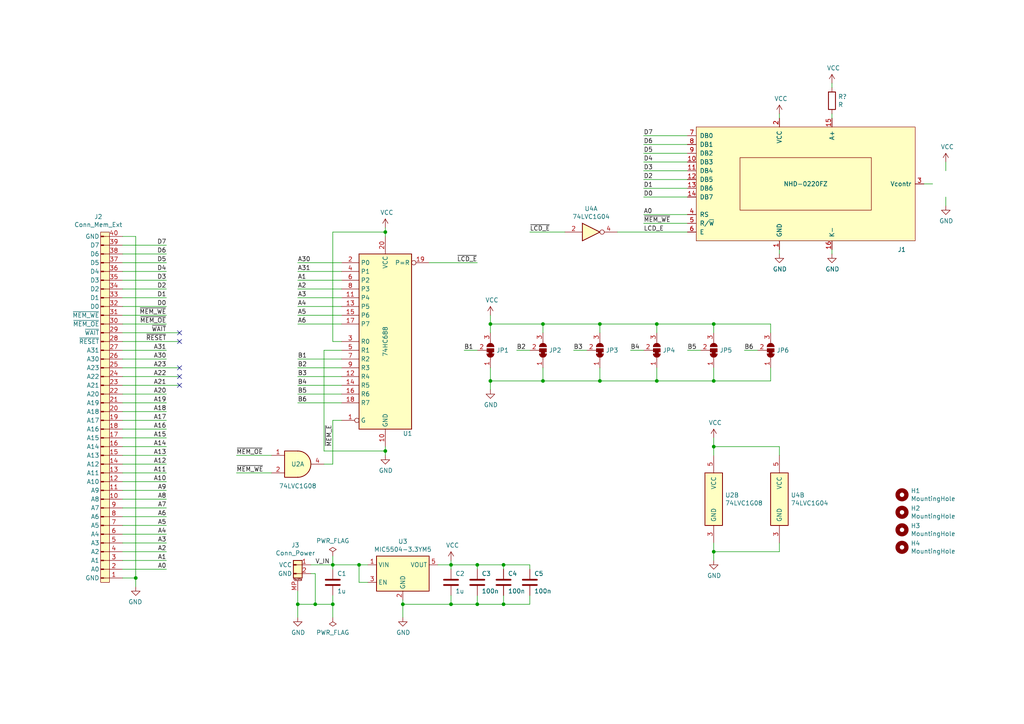
<source format=kicad_sch>
(kicad_sch (version 20211123) (generator eeschema)
  (paper "A4")
  (lib_symbols
    (symbol "74xx:74LS688"
      (property "Reference" "U" (at -7.62 26.67 0))
      (property "Value" "74LS688" (at -7.62 -26.67 0))
      (symbol "74LS688_1_0"
        (pin input inverted (at -12.7 -22.86 0) (length 5.08) (name "G") (number "1"))
        (pin power_in line (at 0 -30.48 90) (length 5.08) (name "GND") (number "10"))
        (pin input line (at -12.7 12.7 0) (length 5.08) (name "P4") (number "11"))
        (pin input line (at -12.7 -10.16 0) (length 5.08) (name "R4") (number "12"))
        (pin input line (at -12.7 10.16 0) (length 5.08) (name "P5") (number "13"))
        (pin input line (at -12.7 -12.7 0) (length 5.08) (name "R5") (number "14"))
        (pin input line (at -12.7 7.62 0) (length 5.08) (name "P6") (number "15"))
        (pin input line (at -12.7 -15.24 0) (length 5.08) (name "R6") (number "16"))
        (pin input line (at -12.7 5.08 0) (length 5.08) (name "P7") (number "17"))
        (pin input line (at -12.7 -17.78 0) (length 5.08) (name "R7") (number "18"))
        (pin output inverted (at 12.7 22.86 180) (length 5.08) (name "P=R") (number "19"))
        (pin input line (at -12.7 22.86 0) (length 5.08) (name "P0") (number "2"))
        (pin power_in line (at 0 30.48 270) (length 5.08) (name "VCC") (number "20"))
        (pin input line (at -12.7 0 0) (length 5.08) (name "R0") (number "3"))
        (pin input line (at -12.7 20.32 0) (length 5.08) (name "P1") (number "4"))
        (pin input line (at -12.7 -2.54 0) (length 5.08) (name "R1") (number "5"))
        (pin input line (at -12.7 17.78 0) (length 5.08) (name "P2") (number "6"))
        (pin input line (at -12.7 -5.08 0) (length 5.08) (name "R2") (number "7"))
        (pin input line (at -12.7 15.24 0) (length 5.08) (name "P3") (number "8"))
        (pin input line (at -12.7 -7.62 0) (length 5.08) (name "R3") (number "9"))
      )
      (symbol "74LS688_1_1"
        (rectangle (start -7.62 25.4) (end 7.62 -25.4) (stroke (width 0.254)) (fill (type background)))
      )
    )
    (symbol "Device:C" (pin_numbers hide) (pin_names (offset 0.254))
      (property "Reference" "C" (at 0.635 2.54 0))
      (property "Value" "C" (at 0.635 -2.54 0))
      (symbol "C_0_1"
        (polyline (pts (xy -2.032 -0.762) (xy 2.032 -0.762)) (stroke (width 0.508)))
        (polyline (pts (xy -2.032 0.762) (xy 2.032 0.762)) (stroke (width 0.508)))
      )
      (symbol "C_1_1"
        (pin passive line (at 0 3.81 270) (length 2.794) (name "~") (number "1"))
        (pin passive line (at 0 -3.81 90) (length 2.794) (name "~") (number "2"))
      )
    )
    (symbol "Device:R" (pin_numbers hide) (pin_names (offset 0))
      (property "Reference" "R" (at 2.032 0 90))
      (property "Value" "R" (at 0 0 90))
      (symbol "R_0_1"
        (rectangle (start -1.016 -2.54) (end 1.016 2.54) (stroke (width 0.254)))
      )
      (symbol "R_1_1"
        (pin passive line (at 0 3.81 270) (length 1.27) (name "~") (number "1"))
        (pin passive line (at 0 -3.81 90) (length 1.27) (name "~") (number "2"))
      )
    )
    (symbol "Mechanical:MountingHole" (pin_names (offset 1.016))
      (property "Reference" "H" (at 0 5.08 0))
      (property "Value" "MountingHole" (at 0 3.175 0))
      (symbol "MountingHole_0_1"
        (circle (center 0 0) (radius 1.27) (stroke (width 1.27)))
      )
    )
    (symbol "Regulator_Linear:MIC5504-3.3YM5"
      (property "Reference" "U" (at -7.62 8.89 0))
      (property "Value" "MIC5504-3.3YM5" (at -7.62 6.35 0))
      (symbol "MIC5504-3.3YM5_0_1"
        (rectangle (start -7.62 -5.08) (end 7.62 5.08) (stroke (width 0.254)) (fill (type background)))
      )
      (symbol "MIC5504-3.3YM5_1_1"
        (pin power_in line (at -10.16 2.54 0) (length 2.54) (name "VIN") (number "1"))
        (pin power_in line (at 0 -7.62 90) (length 2.54) (name "GND") (number "2"))
        (pin input line (at -10.16 -2.54 0) (length 2.54) (name "EN") (number "3"))
        (pin no_connect line (at 7.62 -2.54 180) (length 2.54) hide (name "NC") (number "4"))
        (pin power_out line (at 10.16 2.54 180) (length 2.54) (name "VOUT") (number "5"))
      )
    )
    (symbol "power:GND" (power) (pin_names (offset 0))
      (property "Value" "GND" (at 0 -3.81 0))
      (symbol "GND_0_1"
        (polyline (pts (xy 0 0) (xy 0 -1.27) (xy 1.27 -1.27) (xy 0 -2.54) (xy -1.27 -1.27) (xy 0 -1.27)))
      )
      (symbol "GND_1_1"
        (pin power_in line (at 0 0 270) (length 0) hide (name "GND") (number "1"))
      )
    )
    (symbol "power:PWR_FLAG" (power) (pin_numbers hide) (pin_names (offset 0) hide)
      (property "Value" "PWR_FLAG" (at 0 3.81 0))
      (symbol "PWR_FLAG_0_0"
        (pin power_out line (at 0 0 90) (length 0) (name "pwr") (number "1"))
      )
      (symbol "PWR_FLAG_0_1"
        (polyline (pts (xy 0 0) (xy 0 1.27) (xy -1.016 1.905) (xy 0 2.54) (xy 1.016 1.905) (xy 0 1.27)))
      )
    )
    (symbol "power:VCC" (power) (pin_names (offset 0))
      (property "Value" "VCC" (at 0 3.81 0))
      (symbol "VCC_0_1"
        (polyline (pts (xy -0.762 1.27) (xy 0 2.54)))
        (polyline (pts (xy 0 0) (xy 0 2.54)))
        (polyline (pts (xy 0 2.54) (xy 0.762 1.27)))
      )
      (symbol "VCC_1_1"
        (pin power_in line (at 0 0 90) (length 0) hide (name "VCC") (number "1"))
      )
    )
    (symbol "riscv-serial:74LVC1G04" (pin_names (offset 1.016))
      (property "Reference" "U" (at 0 -5.08 0))
      (property "Value" "74LVC1G04" (at -6.35 0 90))
      (symbol "74LVC1G04_1_0"
        (polyline (pts (xy -2.54 2.54) (xy -2.54 -2.54) (xy 2.54 0) (xy -2.54 2.54)) (stroke (width 0.254)) (fill (type background)))
        (pin input line (at -7.62 0 0) (length 5.08) (name "~") (number "2"))
        (pin output inverted (at 7.62 0 180) (length 5.08) (name "~") (number "4"))
      )
      (symbol "74LVC1G04_2_0"
        (pin no_connect line (at 1.27 -12.7 90) (length 5.08) hide (name "~") (number "1"))
        (pin power_in line (at 0 -12.7 90) (length 5.08) (name "GND") (number "3"))
        (pin power_in line (at 0 12.7 270) (length 5.08) (name "VCC") (number "5"))
      )
      (symbol "74LVC1G04_2_1"
        (rectangle (start -2.54 7.62) (end 2.54 -7.62) (stroke (width 0.254)) (fill (type background)))
      )
    )
    (symbol "riscv-serial:74LVC1G08" (pin_names (offset 1.016))
      (property "Reference" "U" (at 0 1.27 0))
      (property "Value" "74LVC1G08" (at 0 1.27 0))
      (symbol "74LVC1G08_1_1"
        (arc (start 0 -3.81) (mid 3.81 0) (end 0 3.81) (stroke (width 0.254)) (fill (type background)))
        (polyline (pts (xy 0 3.81) (xy -3.81 3.81) (xy -3.81 -3.81) (xy 0 -3.81)) (stroke (width 0.254)) (fill (type background)))
        (pin input line (at -7.62 2.54 0) (length 3.81) (name "~") (number "1"))
        (pin input line (at -7.62 -2.54 0) (length 3.81) (name "~") (number "2"))
        (pin output line (at 7.62 0 180) (length 3.81) (name "~") (number "4"))
      )
      (symbol "74LVC1G08_2_0"
        (rectangle (start -2.54 7.62) (end 2.54 -7.62) (stroke (width 0.254)) (fill (type background)))
        (pin power_in line (at 0 -12.7 90) (length 5.08) (name "GND") (number "3"))
        (pin power_in line (at 0 12.7 270) (length 5.08) (name "VCC") (number "5"))
      )
    )
    (symbol "riscv-serial:Conn_Mem_Ext" (pin_names (offset 1.651))
      (property "Reference" "J" (at 0 -53.34 0))
      (property "Value" "Conn_Mem_Ext" (at 0 50.8 0))
      (symbol "Conn_Mem_Ext_0_1"
        (rectangle (start 0 -52.07) (end 2.54 49.53) (fill (type background)))
      )
      (symbol "Conn_Mem_Ext_1_1"
        (polyline (pts (xy 1.27 -50.8) (xy 0.8636 -50.8)) (stroke (width 0.1524)))
        (polyline (pts (xy 1.27 -48.26) (xy 0.8636 -48.26)) (stroke (width 0.1524)))
        (polyline (pts (xy 1.27 -45.72) (xy 0.8636 -45.72)) (stroke (width 0.1524)))
        (polyline (pts (xy 1.27 -43.18) (xy 0.8636 -43.18)) (stroke (width 0.1524)))
        (polyline (pts (xy 1.27 -40.64) (xy 0.8636 -40.64)) (stroke (width 0.1524)))
        (polyline (pts (xy 1.27 -38.1) (xy 0.8636 -38.1)) (stroke (width 0.1524)))
        (polyline (pts (xy 1.27 -35.56) (xy 0.8636 -35.56)) (stroke (width 0.1524)))
        (polyline (pts (xy 1.27 -33.02) (xy 0.8636 -33.02)) (stroke (width 0.1524)))
        (polyline (pts (xy 1.27 -30.48) (xy 0.8636 -30.48)) (stroke (width 0.1524)))
        (polyline (pts (xy 1.27 -27.94) (xy 0.8636 -27.94)) (stroke (width 0.1524)))
        (polyline (pts (xy 1.27 -25.4) (xy 0.8636 -25.4)) (stroke (width 0.1524)))
        (polyline (pts (xy 1.27 -22.86) (xy 0.8636 -22.86)) (stroke (width 0.1524)))
        (polyline (pts (xy 1.27 -20.32) (xy 0.8636 -20.32)) (stroke (width 0.1524)))
        (polyline (pts (xy 1.27 -17.78) (xy 0.8636 -17.78)) (stroke (width 0.1524)))
        (polyline (pts (xy 1.27 -15.24) (xy 0.8636 -15.24)) (stroke (width 0.1524)))
        (polyline (pts (xy 1.27 -12.7) (xy 0.8636 -12.7)) (stroke (width 0.1524)))
        (polyline (pts (xy 1.27 -10.16) (xy 0.8636 -10.16)) (stroke (width 0.1524)))
        (polyline (pts (xy 1.27 -7.62) (xy 0.8636 -7.62)) (stroke (width 0.1524)))
        (polyline (pts (xy 1.27 -5.08) (xy 0.8636 -5.08)) (stroke (width 0.1524)))
        (polyline (pts (xy 1.27 -2.54) (xy 0.8636 -2.54)) (stroke (width 0.1524)))
        (polyline (pts (xy 1.27 0) (xy 0.8636 0)) (stroke (width 0.1524)))
        (polyline (pts (xy 1.27 2.54) (xy 0.8636 2.54)) (stroke (width 0.1524)))
        (polyline (pts (xy 1.27 5.08) (xy 0.8636 5.08)) (stroke (width 0.1524)))
        (polyline (pts (xy 1.27 7.62) (xy 0.8636 7.62)) (stroke (width 0.1524)))
        (polyline (pts (xy 1.27 10.16) (xy 0.8636 10.16)) (stroke (width 0.1524)))
        (polyline (pts (xy 1.27 12.7) (xy 0.8636 12.7)) (stroke (width 0.1524)))
        (polyline (pts (xy 1.27 15.24) (xy 0.8636 15.24)) (stroke (width 0.1524)))
        (polyline (pts (xy 1.27 17.78) (xy 0.8636 17.78)) (stroke (width 0.1524)))
        (polyline (pts (xy 1.27 20.32) (xy 0.8636 20.32)) (stroke (width 0.1524)))
        (polyline (pts (xy 1.27 22.86) (xy 0.8636 22.86)) (stroke (width 0.1524)))
        (polyline (pts (xy 1.27 25.4) (xy 0.8636 25.4)) (stroke (width 0.1524)))
        (polyline (pts (xy 1.27 27.94) (xy 0.8636 27.94)) (stroke (width 0.1524)))
        (polyline (pts (xy 1.27 30.48) (xy 0.8636 30.48)) (stroke (width 0.1524)))
        (polyline (pts (xy 1.27 33.02) (xy 0.8636 33.02)) (stroke (width 0.1524)))
        (polyline (pts (xy 1.27 35.56) (xy 0.8636 35.56)) (stroke (width 0.1524)))
        (polyline (pts (xy 1.27 38.1) (xy 0.8636 38.1)) (stroke (width 0.1524)))
        (polyline (pts (xy 1.27 40.64) (xy 0.8636 40.64)) (stroke (width 0.1524)))
        (polyline (pts (xy 1.27 43.18) (xy 0.8636 43.18)) (stroke (width 0.1524)))
        (polyline (pts (xy 1.27 45.72) (xy 0.8636 45.72)) (stroke (width 0.1524)))
        (polyline (pts (xy 1.27 48.26) (xy 0.8636 48.26)) (stroke (width 0.1524)))
        (rectangle (start 0.8636 -50.927) (end 0 -50.673) (stroke (width 0.1524)) (fill (type outline)))
        (rectangle (start 0.8636 -48.387) (end 0 -48.133) (stroke (width 0.1524)) (fill (type outline)))
        (rectangle (start 0.8636 -45.847) (end 0 -45.593) (stroke (width 0.1524)) (fill (type outline)))
        (rectangle (start 0.8636 -43.307) (end 0 -43.053) (stroke (width 0.1524)) (fill (type outline)))
        (rectangle (start 0.8636 -40.767) (end 0 -40.513) (stroke (width 0.1524)) (fill (type outline)))
        (rectangle (start 0.8636 -38.227) (end 0 -37.973) (stroke (width 0.1524)) (fill (type outline)))
        (rectangle (start 0.8636 -35.687) (end 0 -35.433) (stroke (width 0.1524)) (fill (type outline)))
        (rectangle (start 0.8636 -33.147) (end 0 -32.893) (stroke (width 0.1524)) (fill (type outline)))
        (rectangle (start 0.8636 -30.607) (end 0 -30.353) (stroke (width 0.1524)) (fill (type outline)))
        (rectangle (start 0.8636 -28.067) (end 0 -27.813) (stroke (width 0.1524)) (fill (type outline)))
        (rectangle (start 0.8636 -25.527) (end 0 -25.273) (stroke (width 0.1524)) (fill (type outline)))
        (rectangle (start 0.8636 -22.987) (end 0 -22.733) (stroke (width 0.1524)) (fill (type outline)))
        (rectangle (start 0.8636 -20.447) (end 0 -20.193) (stroke (width 0.1524)) (fill (type outline)))
        (rectangle (start 0.8636 -17.907) (end 0 -17.653) (stroke (width 0.1524)) (fill (type outline)))
        (rectangle (start 0.8636 -15.367) (end 0 -15.113) (stroke (width 0.1524)) (fill (type outline)))
        (rectangle (start 0.8636 -12.827) (end 0 -12.573) (stroke (width 0.1524)) (fill (type outline)))
        (rectangle (start 0.8636 -10.287) (end 0 -10.033) (stroke (width 0.1524)) (fill (type outline)))
        (rectangle (start 0.8636 -7.747) (end 0 -7.493) (stroke (width 0.1524)) (fill (type outline)))
        (rectangle (start 0.8636 -5.207) (end 0 -4.953) (stroke (width 0.1524)) (fill (type outline)))
        (rectangle (start 0.8636 -2.667) (end 0 -2.413) (stroke (width 0.1524)) (fill (type outline)))
        (rectangle (start 0.8636 -0.127) (end 0 0.127) (stroke (width 0.1524)) (fill (type outline)))
        (rectangle (start 0.8636 2.413) (end 0 2.667) (stroke (width 0.1524)) (fill (type outline)))
        (rectangle (start 0.8636 4.953) (end 0 5.207) (stroke (width 0.1524)) (fill (type outline)))
        (rectangle (start 0.8636 7.493) (end 0 7.747) (stroke (width 0.1524)) (fill (type outline)))
        (rectangle (start 0.8636 10.033) (end 0 10.287) (stroke (width 0.1524)) (fill (type outline)))
        (rectangle (start 0.8636 12.573) (end 0 12.827) (stroke (width 0.1524)) (fill (type outline)))
        (rectangle (start 0.8636 15.113) (end 0 15.367) (stroke (width 0.1524)) (fill (type outline)))
        (rectangle (start 0.8636 17.653) (end 0 17.907) (stroke (width 0.1524)) (fill (type outline)))
        (rectangle (start 0.8636 20.193) (end 0 20.447) (stroke (width 0.1524)) (fill (type outline)))
        (rectangle (start 0.8636 22.733) (end 0 22.987) (stroke (width 0.1524)) (fill (type outline)))
        (rectangle (start 0.8636 25.273) (end 0 25.527) (stroke (width 0.1524)) (fill (type outline)))
        (rectangle (start 0.8636 27.813) (end 0 28.067) (stroke (width 0.1524)) (fill (type outline)))
        (rectangle (start 0.8636 30.353) (end 0 30.607) (stroke (width 0.1524)) (fill (type outline)))
        (rectangle (start 0.8636 32.893) (end 0 33.147) (stroke (width 0.1524)) (fill (type outline)))
        (rectangle (start 0.8636 35.433) (end 0 35.687) (stroke (width 0.1524)) (fill (type outline)))
        (rectangle (start 0.8636 37.973) (end 0 38.227) (stroke (width 0.1524)) (fill (type outline)))
        (rectangle (start 0.8636 40.513) (end 0 40.767) (stroke (width 0.1524)) (fill (type outline)))
        (rectangle (start 0.8636 43.053) (end 0 43.307) (stroke (width 0.1524)) (fill (type outline)))
        (rectangle (start 0.8636 45.593) (end 0 45.847) (stroke (width 0.1524)) (fill (type outline)))
        (rectangle (start 0.8636 48.133) (end 0 48.387) (stroke (width 0.1524)) (fill (type outline)))
        (pin passive line (at 6.35 -50.8 180) (length 5.08) (name "GND") (number "1"))
        (pin passive line (at 6.35 -27.94 180) (length 5.08) (name "A8") (number "10"))
        (pin passive line (at 6.35 -25.4 180) (length 5.08) (name "A9") (number "11"))
        (pin passive line (at 6.35 -22.86 180) (length 5.08) (name "A10") (number "12"))
        (pin passive line (at 6.35 -20.32 180) (length 5.08) (name "A11") (number "13"))
        (pin passive line (at 6.35 -17.78 180) (length 5.08) (name "A12") (number "14"))
        (pin passive line (at 6.35 -15.24 180) (length 5.08) (name "A13") (number "15"))
        (pin passive line (at 6.35 -12.7 180) (length 5.08) (name "A14") (number "16"))
        (pin passive line (at 6.35 -10.16 180) (length 5.08) (name "A15") (number "17"))
        (pin passive line (at 6.35 -7.62 180) (length 5.08) (name "A16") (number "18"))
        (pin passive line (at 6.35 -5.08 180) (length 5.08) (name "A17") (number "19"))
        (pin passive line (at 6.35 -48.26 180) (length 5.08) (name "A0") (number "2"))
        (pin passive line (at 6.35 -2.54 180) (length 5.08) (name "A18") (number "20"))
        (pin passive line (at 6.35 0 180) (length 5.08) (name "A19") (number "21"))
        (pin passive line (at 6.35 2.54 180) (length 5.08) (name "A20") (number "22"))
        (pin passive line (at 6.35 5.08 180) (length 5.08) (name "A21") (number "23"))
        (pin passive line (at 6.35 7.62 180) (length 5.08) (name "A22") (number "24"))
        (pin passive line (at 6.35 10.16 180) (length 5.08) (name "A23") (number "25"))
        (pin passive line (at 6.35 12.7 180) (length 5.08) (name "A30") (number "26"))
        (pin passive line (at 6.35 15.24 180) (length 5.08) (name "A31") (number "27"))
        (pin passive line (at 6.35 17.78 180) (length 5.08) (name "~{RESET}") (number "28"))
        (pin passive line (at 6.35 20.32 180) (length 5.08) (name "~{WAIT}") (number "29"))
        (pin passive line (at 6.35 -45.72 180) (length 5.08) (name "A1") (number "3"))
        (pin passive line (at 6.35 22.86 180) (length 5.08) (name "~{MEM_OE}") (number "30"))
        (pin passive line (at 6.35 25.4 180) (length 5.08) (name "~{MEM_WE}") (number "31"))
        (pin passive line (at 6.35 27.94 180) (length 5.08) (name "D0") (number "32"))
        (pin passive line (at 6.35 30.48 180) (length 5.08) (name "D1") (number "33"))
        (pin passive line (at 6.35 33.02 180) (length 5.08) (name "D2") (number "34"))
        (pin passive line (at 6.35 35.56 180) (length 5.08) (name "D3") (number "35"))
        (pin passive line (at 6.35 38.1 180) (length 5.08) (name "D4") (number "36"))
        (pin passive line (at 6.35 40.64 180) (length 5.08) (name "D5") (number "37"))
        (pin passive line (at 6.35 43.18 180) (length 5.08) (name "D6") (number "38"))
        (pin passive line (at 6.35 45.72 180) (length 5.08) (name "D7") (number "39"))
        (pin passive line (at 6.35 -43.18 180) (length 5.08) (name "A2") (number "4"))
        (pin passive line (at 6.35 48.26 180) (length 5.08) (name "GND") (number "40"))
        (pin passive line (at 6.35 -40.64 180) (length 5.08) (name "A3") (number "5"))
        (pin passive line (at 6.35 -38.1 180) (length 5.08) (name "A4") (number "6"))
        (pin passive line (at 6.35 -35.56 180) (length 5.08) (name "A5") (number "7"))
        (pin passive line (at 6.35 -33.02 180) (length 5.08) (name "A6") (number "8"))
        (pin passive line (at 6.35 -30.48 180) (length 5.08) (name "A7") (number "9"))
      )
    )
    (symbol "riscv-serial:Conn_Power" (pin_names (offset 1.651))
      (property "Reference" "J" (at -5.08 -5.08 0))
      (property "Value" "Conn_Power" (at -7.62 0 90))
      (symbol "Conn_Power_1_1"
        (rectangle (start -1.27 2.54) (end 1.27 -2.54) (stroke (width 0.254)) (fill (type background)))
        (rectangle (start -0.4064 -1.143) (end -1.27 -1.397) (stroke (width 0.1524)) (fill (type outline)))
        (rectangle (start -0.4064 1.397) (end -1.27 1.143) (stroke (width 0.1524)) (fill (type outline)))
        (polyline (pts (xy -1.016 -3.302) (xy 1.016 -3.302)) (stroke (width 0.1524)))
        (polyline (pts (xy 0 -1.27) (xy -0.4064 -1.27)) (stroke (width 0.1524)))
        (polyline (pts (xy 0 1.27) (xy -0.4064 1.27)) (stroke (width 0.1524)))
        (text "Mounting" (at 0 -2.921 0) (effects (font (size 0.381 0.381))))
        (pin passive line (at 3.81 1.27 180) (length 3.81) (name "VCC") (number "1"))
        (pin passive line (at 3.81 -1.27 180) (length 3.81) (name "GND") (number "2"))
        (pin passive line (at 0 -6.35 90) (length 3.048) (name "~") (number "MP"))
      )
    )
    (symbol "riscv-serial:NHD-0220FZ" (pin_names (offset 1.016))
      (property "Reference" "J" (at 29.21 -19.05 0))
      (property "Value" "NHD-0220FZ" (at 0 0 0))
      (symbol "NHD-0220FZ_0_1"
        (rectangle (start -31.75 16.51) (end 31.75 -16.51) (fill (type background)))
        (rectangle (start -19.05 7.62) (end 19.05 -7.62) (fill (type background)))
      )
      (symbol "NHD-0220FZ_1_1"
        (pin power_in line (at -7.62 -19.05 90) (length 2.54) (name "GND") (number "1"))
        (pin passive line (at -34.29 6.35 0) (length 2.54) (name "DB3") (number "10"))
        (pin passive line (at -34.29 3.81 0) (length 2.54) (name "DB4") (number "11"))
        (pin passive line (at -34.29 1.27 0) (length 2.54) (name "DB5") (number "12"))
        (pin passive line (at -34.29 -1.27 0) (length 2.54) (name "DB6") (number "13"))
        (pin passive line (at -34.29 -3.81 0) (length 2.54) (name "DB7") (number "14"))
        (pin passive line (at 7.62 19.05 270) (length 2.54) (name "A+") (number "15"))
        (pin passive line (at 7.62 -19.05 90) (length 2.54) (name "K-") (number "16"))
        (pin power_in line (at -7.62 19.05 270) (length 2.54) (name "VCC") (number "2"))
        (pin passive line (at 34.29 0 180) (length 2.54) (name "Vcontr") (number "3"))
        (pin passive line (at -34.29 -8.89 0) (length 2.54) (name "RS") (number "4"))
        (pin passive line (at -34.29 -11.43 0) (length 2.54) (name "R/~{W}") (number "5"))
        (pin passive line (at -34.29 -13.97 0) (length 2.54) (name "E") (number "6"))
        (pin passive line (at -34.29 13.97 0) (length 2.54) (name "DB0") (number "7"))
        (pin passive line (at -34.29 11.43 0) (length 2.54) (name "DB1") (number "8"))
        (pin passive line (at -34.29 8.89 0) (length 2.54) (name "DB2") (number "9"))
      )
    )
    (symbol "riscv-serial:SolderJumper_3_Bridged12" (pin_names (offset 0) hide)
      (property "Reference" "JP" (at -2.54 -2.54 0))
      (property "Value" "SolderJumper_3_Bridged12" (at 0 2.794 0))
      (symbol "SolderJumper_3_Bridged12_0_1"
        (rectangle (start -1.016 0.508) (end -0.508 -0.508) (fill (type outline)))
        (arc (start -1.016 1.016) (mid -2.032 0) (end -1.016 -1.016))
        (arc (start -1.016 1.016) (mid -2.032 0) (end -1.016 -1.016) (fill (type outline)))
        (rectangle (start -0.508 1.016) (end 0.508 -1.016) (fill (type outline)))
        (polyline (pts (xy -2.54 0) (xy -2.032 0)))
        (polyline (pts (xy -1.016 1.016) (xy -1.016 -1.016)))
        (polyline (pts (xy 0 -1.27) (xy 0 -1.016)))
        (polyline (pts (xy 1.016 1.016) (xy 1.016 -1.016)))
        (polyline (pts (xy 2.54 0) (xy 2.032 0)))
        (arc (start 1.016 -1.016) (mid 2.032 0) (end 1.016 1.016))
        (arc (start 1.016 -1.016) (mid 2.032 0) (end 1.016 1.016) (fill (type outline)))
      )
      (symbol "SolderJumper_3_Bridged12_1_1"
        (pin passive line (at -5.08 0 0) (length 2.54) (name "A") (number "1"))
        (pin passive line (at 0 -3.81 90) (length 2.54) (name "C") (number "2"))
        (pin passive line (at 5.08 0 180) (length 2.54) (name "B") (number "3"))
      )
    )
  )
  (junction (at 207.01 160.02))
  (junction (at 104.14 163.83))
  (junction (at 146.05 175.26))
  (junction (at 39.37 167.64))
  (junction (at 190.5 93.98))
  (junction (at 116.84 175.26))
  (junction (at 130.81 175.26))
  (junction (at 157.48 110.49))
  (junction (at 91.44 175.26))
  (junction (at 173.99 93.98))
  (junction (at 142.24 93.98))
  (junction (at 207.01 129.54))
  (junction (at 138.43 163.83))
  (junction (at 111.76 67.31))
  (junction (at 138.43 175.26))
  (junction (at 86.36 175.26))
  (junction (at 190.5 110.49))
  (junction (at 142.24 110.49))
  (junction (at 130.81 163.83))
  (junction (at 146.05 163.83))
  (junction (at 207.01 110.49))
  (junction (at 96.52 163.83))
  (junction (at 111.76 130.81))
  (junction (at 173.99 110.49))
  (junction (at 207.01 93.98))
  (junction (at 157.48 93.98))
  (junction (at 96.52 175.26))
  (no_connect (at 52.07 106.68))
  (no_connect (at 52.07 109.22))
  (no_connect (at 52.07 99.06))
  (no_connect (at 52.07 96.52))
  (no_connect (at 52.07 111.76))
  (wire (pts (xy 199.39 46.99) (xy 186.69 46.99)))
  (wire (pts (xy 48.26 144.78) (xy 35.56 144.78)))
  (wire (pts (xy 207.01 160.02) (xy 226.06 160.02)))
  (wire (pts (xy 35.56 106.68) (xy 52.07 106.68)))
  (wire (pts (xy 157.48 93.98) (xy 173.99 93.98)))
  (wire (pts (xy 186.69 49.53) (xy 199.39 49.53)))
  (wire (pts (xy 96.52 175.26) (xy 96.52 179.07)))
  (wire (pts (xy 207.01 132.08) (xy 207.01 129.54)))
  (wire (pts (xy 39.37 167.64) (xy 39.37 68.58)))
  (wire (pts (xy 199.39 57.15) (xy 186.69 57.15)))
  (wire (pts (xy 111.76 129.54) (xy 111.76 130.81)))
  (wire (pts (xy 96.52 121.92) (xy 96.52 134.62)))
  (wire (pts (xy 86.36 76.2) (xy 99.06 76.2)))
  (wire (pts (xy 130.81 163.83) (xy 127 163.83)))
  (wire (pts (xy 48.26 124.46) (xy 35.56 124.46)))
  (wire (pts (xy 138.43 175.26) (xy 146.05 175.26)))
  (wire (pts (xy 48.26 116.84) (xy 35.56 116.84)))
  (wire (pts (xy 48.26 121.92) (xy 35.56 121.92)))
  (wire (pts (xy 207.01 93.98) (xy 223.52 93.98)))
  (wire (pts (xy 35.56 167.64) (xy 39.37 167.64)))
  (wire (pts (xy 48.26 81.28) (xy 35.56 81.28)))
  (wire (pts (xy 35.56 88.9) (xy 48.26 88.9)))
  (wire (pts (xy 96.52 161.29) (xy 96.52 163.83)))
  (wire (pts (xy 207.01 96.52) (xy 207.01 93.98)))
  (wire (pts (xy 207.01 106.68) (xy 207.01 110.49)))
  (wire (pts (xy 207.01 160.02) (xy 207.01 162.56)))
  (wire (pts (xy 91.44 166.37) (xy 91.44 175.26)))
  (wire (pts (xy 179.07 67.31) (xy 199.39 67.31)))
  (wire (pts (xy 149.86 101.6) (xy 153.67 101.6)))
  (wire (pts (xy 186.69 64.77) (xy 199.39 64.77)))
  (wire (pts (xy 146.05 163.83) (xy 146.05 165.1)))
  (wire (pts (xy 48.26 157.48) (xy 35.56 157.48)))
  (wire (pts (xy 96.52 163.83) (xy 90.17 163.83)))
  (wire (pts (xy 142.24 110.49) (xy 157.48 110.49)))
  (wire (pts (xy 186.69 39.37) (xy 199.39 39.37)))
  (wire (pts (xy 35.56 109.22) (xy 52.07 109.22)))
  (wire (pts (xy 215.9 101.6) (xy 219.71 101.6)))
  (wire (pts (xy 106.68 163.83) (xy 104.14 163.83)))
  (wire (pts (xy 48.26 162.56) (xy 35.56 162.56)))
  (wire (pts (xy 48.26 93.98) (xy 35.56 93.98)))
  (wire (pts (xy 157.48 96.52) (xy 157.48 93.98)))
  (wire (pts (xy 96.52 99.06) (xy 96.52 67.31)))
  (wire (pts (xy 186.69 62.23) (xy 199.39 62.23)))
  (wire (pts (xy 173.99 110.49) (xy 190.5 110.49)))
  (wire (pts (xy 153.67 67.31) (xy 163.83 67.31)))
  (wire (pts (xy 35.56 96.52) (xy 52.07 96.52)))
  (wire (pts (xy 226.06 129.54) (xy 226.06 132.08)))
  (wire (pts (xy 138.43 172.72) (xy 138.43 175.26)))
  (wire (pts (xy 207.01 127) (xy 207.01 129.54)))
  (wire (pts (xy 157.48 106.68) (xy 157.48 110.49)))
  (wire (pts (xy 226.06 160.02) (xy 226.06 157.48)))
  (wire (pts (xy 130.81 175.26) (xy 138.43 175.26)))
  (wire (pts (xy 138.43 76.2) (xy 124.46 76.2)))
  (wire (pts (xy 153.67 163.83) (xy 153.67 165.1)))
  (wire (pts (xy 48.26 134.62) (xy 35.56 134.62)))
  (wire (pts (xy 99.06 111.76) (xy 86.36 111.76)))
  (wire (pts (xy 223.52 110.49) (xy 223.52 106.68)))
  (wire (pts (xy 270.51 53.34) (xy 267.97 53.34)))
  (wire (pts (xy 48.26 142.24) (xy 35.56 142.24)))
  (wire (pts (xy 274.32 46.99) (xy 274.32 49.53)))
  (wire (pts (xy 93.98 130.81) (xy 93.98 101.6)))
  (wire (pts (xy 99.06 121.92) (xy 96.52 121.92)))
  (wire (pts (xy 35.56 78.74) (xy 48.26 78.74)))
  (wire (pts (xy 48.26 139.7) (xy 35.56 139.7)))
  (wire (pts (xy 207.01 129.54) (xy 226.06 129.54)))
  (wire (pts (xy 138.43 163.83) (xy 146.05 163.83)))
  (wire (pts (xy 104.14 168.91) (xy 104.14 163.83)))
  (wire (pts (xy 48.26 91.44) (xy 35.56 91.44)))
  (wire (pts (xy 146.05 163.83) (xy 153.67 163.83)))
  (wire (pts (xy 241.3 72.39) (xy 241.3 73.66)))
  (wire (pts (xy 86.36 109.22) (xy 99.06 109.22)))
  (wire (pts (xy 86.36 91.44) (xy 99.06 91.44)))
  (wire (pts (xy 142.24 96.52) (xy 142.24 93.98)))
  (wire (pts (xy 48.26 129.54) (xy 35.56 129.54)))
  (wire (pts (xy 35.56 73.66) (xy 48.26 73.66)))
  (wire (pts (xy 111.76 66.04) (xy 111.76 67.31)))
  (wire (pts (xy 111.76 67.31) (xy 111.76 68.58)))
  (wire (pts (xy 199.39 101.6) (xy 203.2 101.6)))
  (wire (pts (xy 86.36 88.9) (xy 99.06 88.9)))
  (wire (pts (xy 86.36 175.26) (xy 91.44 175.26)))
  (wire (pts (xy 173.99 106.68) (xy 173.99 110.49)))
  (wire (pts (xy 39.37 167.64) (xy 39.37 170.18)))
  (wire (pts (xy 111.76 130.81) (xy 111.76 132.08)))
  (wire (pts (xy 48.26 71.12) (xy 35.56 71.12)))
  (wire (pts (xy 48.26 152.4) (xy 35.56 152.4)))
  (wire (pts (xy 99.06 116.84) (xy 86.36 116.84)))
  (wire (pts (xy 104.14 163.83) (xy 96.52 163.83)))
  (wire (pts (xy 138.43 163.83) (xy 138.43 165.1)))
  (wire (pts (xy 241.3 33.02) (xy 241.3 34.29)))
  (wire (pts (xy 226.06 33.02) (xy 226.06 34.29)))
  (wire (pts (xy 48.26 101.6) (xy 35.56 101.6)))
  (wire (pts (xy 93.98 101.6) (xy 99.06 101.6)))
  (wire (pts (xy 142.24 110.49) (xy 142.24 113.03)))
  (wire (pts (xy 86.36 81.28) (xy 99.06 81.28)))
  (wire (pts (xy 35.56 104.14) (xy 48.26 104.14)))
  (wire (pts (xy 116.84 175.26) (xy 116.84 179.07)))
  (wire (pts (xy 190.5 110.49) (xy 207.01 110.49)))
  (wire (pts (xy 190.5 93.98) (xy 207.01 93.98)))
  (wire (pts (xy 130.81 172.72) (xy 130.81 175.26)))
  (wire (pts (xy 99.06 106.68) (xy 86.36 106.68)))
  (wire (pts (xy 86.36 93.98) (xy 99.06 93.98)))
  (wire (pts (xy 157.48 110.49) (xy 173.99 110.49)))
  (wire (pts (xy 86.36 104.14) (xy 99.06 104.14)))
  (wire (pts (xy 190.5 106.68) (xy 190.5 110.49)))
  (wire (pts (xy 48.26 160.02) (xy 35.56 160.02)))
  (wire (pts (xy 134.62 101.6) (xy 138.43 101.6)))
  (wire (pts (xy 93.98 130.81) (xy 111.76 130.81)))
  (wire (pts (xy 35.56 83.82) (xy 48.26 83.82)))
  (wire (pts (xy 142.24 106.68) (xy 142.24 110.49)))
  (wire (pts (xy 146.05 175.26) (xy 153.67 175.26)))
  (wire (pts (xy 186.69 44.45) (xy 199.39 44.45)))
  (wire (pts (xy 86.36 171.45) (xy 86.36 175.26)))
  (wire (pts (xy 86.36 86.36) (xy 99.06 86.36)))
  (wire (pts (xy 86.36 114.3) (xy 99.06 114.3)))
  (wire (pts (xy 199.39 41.91) (xy 186.69 41.91)))
  (wire (pts (xy 96.52 67.31) (xy 111.76 67.31)))
  (wire (pts (xy 106.68 168.91) (xy 104.14 168.91)))
  (wire (pts (xy 207.01 157.48) (xy 207.01 160.02)))
  (wire (pts (xy 142.24 91.44) (xy 142.24 93.98)))
  (wire (pts (xy 130.81 163.83) (xy 130.81 165.1)))
  (wire (pts (xy 48.26 76.2) (xy 35.56 76.2)))
  (wire (pts (xy 207.01 110.49) (xy 223.52 110.49)))
  (wire (pts (xy 86.36 78.74) (xy 99.06 78.74)))
  (wire (pts (xy 48.26 154.94) (xy 35.56 154.94)))
  (wire (pts (xy 173.99 93.98) (xy 190.5 93.98)))
  (wire (pts (xy 166.37 101.6) (xy 170.18 101.6)))
  (wire (pts (xy 86.36 179.07) (xy 86.36 175.26)))
  (wire (pts (xy 199.39 52.07) (xy 186.69 52.07)))
  (wire (pts (xy 35.56 111.76) (xy 52.07 111.76)))
  (wire (pts (xy 39.37 68.58) (xy 35.56 68.58)))
  (wire (pts (xy 226.06 72.39) (xy 226.06 73.66)))
  (wire (pts (xy 48.26 149.86) (xy 35.56 149.86)))
  (wire (pts (xy 86.36 83.82) (xy 99.06 83.82)))
  (wire (pts (xy 130.81 163.83) (xy 138.43 163.83)))
  (wire (pts (xy 116.84 173.99) (xy 116.84 175.26)))
  (wire (pts (xy 96.52 163.83) (xy 96.52 165.1)))
  (wire (pts (xy 186.69 54.61) (xy 199.39 54.61)))
  (wire (pts (xy 130.81 162.56) (xy 130.81 163.83)))
  (wire (pts (xy 48.26 137.16) (xy 35.56 137.16)))
  (wire (pts (xy 35.56 99.06) (xy 52.07 99.06)))
  (wire (pts (xy 153.67 172.72) (xy 153.67 175.26)))
  (wire (pts (xy 142.24 93.98) (xy 157.48 93.98)))
  (wire (pts (xy 241.3 24.13) (xy 241.3 25.4)))
  (wire (pts (xy 182.88 101.6) (xy 186.69 101.6)))
  (wire (pts (xy 48.26 132.08) (xy 35.56 132.08)))
  (wire (pts (xy 48.26 86.36) (xy 35.56 86.36)))
  (wire (pts (xy 274.32 57.15) (xy 274.32 59.69)))
  (wire (pts (xy 173.99 96.52) (xy 173.99 93.98)))
  (wire (pts (xy 99.06 99.06) (xy 96.52 99.06)))
  (wire (pts (xy 90.17 166.37) (xy 91.44 166.37)))
  (wire (pts (xy 96.52 175.26) (xy 91.44 175.26)))
  (wire (pts (xy 48.26 127) (xy 35.56 127)))
  (wire (pts (xy 48.26 114.3) (xy 35.56 114.3)))
  (wire (pts (xy 68.58 137.16) (xy 78.74 137.16)))
  (wire (pts (xy 96.52 134.62) (xy 93.98 134.62)))
  (wire (pts (xy 48.26 165.1) (xy 35.56 165.1)))
  (wire (pts (xy 96.52 172.72) (xy 96.52 175.26)))
  (wire (pts (xy 190.5 96.52) (xy 190.5 93.98)))
  (wire (pts (xy 48.26 119.38) (xy 35.56 119.38)))
  (wire (pts (xy 48.26 147.32) (xy 35.56 147.32)))
  (wire (pts (xy 68.58 132.08) (xy 78.74 132.08)))
  (wire (pts (xy 146.05 172.72) (xy 146.05 175.26)))
  (wire (pts (xy 223.52 93.98) (xy 223.52 96.52)))
  (wire (pts (xy 130.81 175.26) (xy 116.84 175.26)))
  (label "A20" (at 48.26 114.3 180))
  (label "A5" (at 48.26 152.4 180))
  (label "~{LCD_E}" (at 153.67 67.31 0))
  (label "D7" (at 48.26 71.12 180))
  (label "A0" (at 48.26 165.1 180))
  (label "A2" (at 48.26 160.02 180))
  (label "B4" (at 182.88 101.6 0))
  (label "A6" (at 48.26 149.86 180))
  (label "LCD_E" (at 186.69 67.31 0))
  (label "A17" (at 48.26 121.92 180))
  (label "A7" (at 48.26 147.32 180))
  (label "A12" (at 48.26 134.62 180))
  (label "A10" (at 48.26 139.7 180))
  (label "A16" (at 48.26 124.46 180))
  (label "D1" (at 48.26 86.36 180))
  (label "B3" (at 86.36 109.22 0))
  (label "A3" (at 48.26 157.48 180))
  (label "A3" (at 86.36 86.36 0))
  (label "B4" (at 86.36 111.76 0))
  (label "D6" (at 48.26 73.66 180))
  (label "A22" (at 48.26 109.22 180))
  (label "A1" (at 86.36 81.28 0))
  (label "D0" (at 48.26 88.9 180))
  (label "A31" (at 48.26 101.6 180))
  (label "~{MEM_OE}" (at 48.26 93.98 180))
  (label "D2" (at 186.69 52.07 0))
  (label "~{WAIT}" (at 48.26 96.52 180))
  (label "B3" (at 166.37 101.6 0))
  (label "B1" (at 86.36 104.14 0))
  (label "D3" (at 186.69 49.53 0))
  (label "~{MEM_OE}" (at 68.58 132.08 0))
  (label "B6" (at 86.36 116.84 0))
  (label "B5" (at 199.39 101.6 0))
  (label "A21" (at 48.26 111.76 180))
  (label "D5" (at 186.69 44.45 0))
  (label "A18" (at 48.26 119.38 180))
  (label "A6" (at 86.36 93.98 0))
  (label "D6" (at 186.69 41.91 0))
  (label "A30" (at 48.26 104.14 180))
  (label "A1" (at 48.26 162.56 180))
  (label "~{MEM_E}" (at 96.52 129.54 90))
  (label "A0" (at 186.69 62.23 0))
  (label "B5" (at 86.36 114.3 0))
  (label "A9" (at 48.26 142.24 180))
  (label "D0" (at 186.69 57.15 0))
  (label "B2" (at 86.36 106.68 0))
  (label "B6" (at 215.9 101.6 0))
  (label "B1" (at 134.62 101.6 0))
  (label "A4" (at 86.36 88.9 0))
  (label "D7" (at 186.69 39.37 0))
  (label "D4" (at 48.26 78.74 180))
  (label "A19" (at 48.26 116.84 180))
  (label "~{MEM_WE}" (at 186.69 64.77 0))
  (label "A8" (at 48.26 144.78 180))
  (label "D2" (at 48.26 83.82 180))
  (label "V_IN" (at 91.44 163.83 0))
  (label "A23" (at 48.26 106.68 180))
  (label "A13" (at 48.26 132.08 180))
  (label "A11" (at 48.26 137.16 180))
  (label "D3" (at 48.26 81.28 180))
  (label "D1" (at 186.69 54.61 0))
  (label "A31" (at 86.36 78.74 0))
  (label "~{MEM_WE}" (at 68.58 137.16 0))
  (label "A14" (at 48.26 129.54 180))
  (label "D5" (at 48.26 76.2 180))
  (label "A15" (at 48.26 127 180))
  (label "A2" (at 86.36 83.82 0))
  (label "~{LCD_E}" (at 138.43 76.2 180))
  (label "~{RESET}" (at 48.26 99.06 180))
  (label "A5" (at 86.36 91.44 0))
  (label "B2" (at 149.86 101.6 0))
  (label "~{MEM_WE}" (at 48.26 91.44 180))
  (label "A30" (at 86.36 76.2 0))
  (label "D4" (at 186.69 46.99 0))
  (label "A4" (at 48.26 154.94 180))
  (symbol (lib_id "riscv-serial:NHD-0220FZ") (at 233.68 53.34 0) (unit 1)
    (property "Reference" "J1" (at 260.35 72.39 0) (effects (justify left)))
    (property "Value" "NHD-0220FZ" (at 233.68 53.34 0))
    (property "Footprint" "riscv-serial:NHD-0220FZ" (effects hide))
  )
  (symbol (lib_id "power:GND") (at 39.37 170.18 0) (mirror y)
    (property "Reference" "#PWR06" (effects hide))
    (property "Value" "GND" (at 39.243 174.5742 0))
  )
  (symbol (lib_id "riscv-serial:Conn_Mem_Ext") (at 29.21 116.84 0)
    (property "Reference" "J2" (at 28.5242 62.865 0))
    (property "Value" "Conn_Mem_Ext" (at 28.5242 65.1764 0))
    (property "Footprint" "Connector_IDC:IDC-Header_2x20_P2.54mm_Vertical" (effects hide))
  )
  (symbol (lib_id "riscv-serial:Conn_Power") (at 86.36 165.1 0)
    (property "Reference" "J3" (at 85.6742 158.115 0))
    (property "Value" "Conn_Power" (at 85.6742 160.4264 0))
    (property "Footprint" "Connector_JST:JST_PH_S2B-PH-SM4-TB_1x02-1MP_P2.00mm_Horizontal" (effects hide))
  )
  (symbol (lib_id "power:VCC") (at 130.81 162.56 0)
    (property "Reference" "#PWR05" (effects hide))
    (property "Value" "VCC" (at 131.2418 158.1658 0))
  )
  (symbol (lib_id "power:GND") (at 86.36 179.07 0)
    (property "Reference" "#PWR07" (effects hide))
    (property "Value" "GND" (at 86.487 183.4642 0))
  )
  (symbol (lib_id "Regulator_Linear:MIC5504-3.3YM5") (at 116.84 166.37 0)
    (property "Reference" "U3" (at 116.84 157.0482 0))
    (property "Value" "MIC5504-3.3YM5" (at 116.84 159.3596 0))
    (property "Footprint" "Package_TO_SOT_SMD:SOT-23-5_HandSoldering" (effects hide))
    (property "Datasheet" "http://ww1.microchip.com/downloads/en/DeviceDoc/MIC550X.pdf" (effects hide))
  )
  (symbol (lib_id "power:GND") (at 116.84 179.07 0)
    (property "Reference" "#PWR08" (effects hide))
    (property "Value" "GND" (at 116.967 183.4642 0))
  )
  (symbol (lib_id "Device:C") (at 96.52 168.91 0) (mirror x)
    (property "Reference" "C1" (at 97.79 166.37 0) (effects (justify left)))
    (property "Value" "1u" (at 97.79 171.45 0) (effects (justify left)))
    (property "Footprint" "Capacitor_SMD:C_0805_2012Metric_Pad1.15x1.40mm_HandSolder" (effects hide))
  )
  (symbol (lib_id "Device:C") (at 130.81 168.91 0) (mirror x)
    (property "Reference" "C2" (at 132.08 166.37 0) (effects (justify left)))
    (property "Value" "1u" (at 132.08 171.45 0) (effects (justify left)))
    (property "Footprint" "Capacitor_SMD:C_0805_2012Metric_Pad1.15x1.40mm_HandSolder" (effects hide))
  )
  (symbol (lib_id "power:PWR_FLAG") (at 96.52 179.07 180)
    (property "Reference" "#FLG02" (effects hide))
    (property "Value" "PWR_FLAG" (at 96.52 183.4642 0))
  )
  (symbol (lib_id "power:PWR_FLAG") (at 96.52 161.29 0)
    (property "Reference" "#FLG01" (effects hide))
    (property "Value" "PWR_FLAG" (at 96.52 156.8704 0))
  )
  (symbol (lib_id "Mechanical:MountingHole") (at 261.62 143.51 0)
    (property "Reference" "H1" (at 264.16 142.3416 0) (effects (justify left)))
    (property "Value" "MountingHole" (at 264.16 144.653 0) (effects (justify left)))
    (property "Footprint" "MountingHole:MountingHole_3.2mm_M3" (effects hide))
  )
  (symbol (lib_id "Mechanical:MountingHole") (at 261.62 148.59 0)
    (property "Reference" "H2" (at 264.16 147.4216 0) (effects (justify left)))
    (property "Value" "MountingHole" (at 264.16 149.733 0) (effects (justify left)))
    (property "Footprint" "MountingHole:MountingHole_3.2mm_M3" (effects hide))
  )
  (symbol (lib_id "Mechanical:MountingHole") (at 261.62 153.67 0)
    (property "Reference" "H3" (at 264.16 152.5016 0) (effects (justify left)))
    (property "Value" "MountingHole" (at 264.16 154.813 0) (effects (justify left)))
    (property "Footprint" "MountingHole:MountingHole_3.2mm_M3" (effects hide))
  )
  (symbol (lib_id "Mechanical:MountingHole") (at 261.62 158.75 0)
    (property "Reference" "H4" (at 264.16 157.5816 0) (effects (justify left)))
    (property "Value" "MountingHole" (at 264.16 159.893 0) (effects (justify left)))
    (property "Footprint" "MountingHole:MountingHole_3.2mm_M3" (effects hide))
  )
  (symbol (lib_id "74xx:74LS688") (at 111.76 99.06 0) (unit 1)
    (property "Reference" "U1" (at 116.84 125.73 0) (effects (justify left)))
    (property "Value" "74HC688" (at 111.76 99.06 90))
    (property "Footprint" "Package_SO:SO-20_12.8x7.5mm_P1.27mm" (effects hide))
    (property "Datasheet" "http://www.ti.com/lit/gpn/sn74LS688" (effects hide))
  )
  (symbol (lib_id "riscv-serial:74LVC1G08") (at 86.36 134.62 0) (unit 1)
    (property "Reference" "U2" (at 86.36 134.62 0))
    (property "Value" "74LVC1G08" (at 86.36 140.97 0))
    (property "Footprint" "Package_TO_SOT_SMD:SOT-23-5_HandSoldering" (effects hide))
  )
  (symbol (lib_id "riscv-serial:74LVC1G08") (at 207.01 144.78 0) (unit 2)
    (property "Reference" "U2" (at 210.312 143.6116 0) (effects (justify left)))
    (property "Value" "74LVC1G08" (at 210.312 145.923 0) (effects (justify left)))
    (property "Footprint" "Package_TO_SOT_SMD:SOT-23-5_HandSoldering" (effects hide))
  )
  (symbol (lib_id "power:VCC") (at 111.76 66.04 0)
    (property "Reference" "#PWR01" (effects hide))
    (property "Value" "VCC" (at 112.1918 61.6458 0))
  )
  (symbol (lib_id "power:GND") (at 111.76 132.08 0)
    (property "Reference" "#PWR04" (effects hide))
    (property "Value" "GND" (at 111.887 136.4742 0))
  )
  (symbol (lib_id "Device:C") (at 138.43 168.91 0) (mirror x)
    (property "Reference" "C3" (at 139.7 166.37 0) (effects (justify left)))
    (property "Value" "100n" (at 139.7 171.45 0) (effects (justify left)))
    (property "Footprint" "Capacitor_SMD:C_0805_2012Metric_Pad1.15x1.40mm_HandSolder" (effects hide))
  )
  (symbol (lib_id "Device:C") (at 146.05 168.91 0) (mirror x)
    (property "Reference" "C4" (at 147.32 166.37 0) (effects (justify left)))
    (property "Value" "100n" (at 147.32 171.45 0) (effects (justify left)))
    (property "Footprint" "Capacitor_SMD:C_0805_2012Metric_Pad1.15x1.40mm_HandSolder" (effects hide))
  )
  (symbol (lib_id "Device:C") (at 153.67 168.91 0) (mirror x)
    (property "Reference" "C5" (at 154.94 166.37 0) (effects (justify left)))
    (property "Value" "100n" (at 154.94 171.45 0) (effects (justify left)))
    (property "Footprint" "Capacitor_SMD:C_0805_2012Metric_Pad1.15x1.40mm_HandSolder" (effects hide))
  )
  (symbol (lib_id "riscv-serial:SolderJumper_3_Bridged12") (at 142.24 101.6 270) (mirror x) (unit 1)
    (property "Reference" "JP1" (at 143.9418 101.6 90) (effects (justify left)))
    (property "Value" "SolderJumper_3_Bridged12" (effects hide))
    (property "Footprint" "riscv-serial:SolderJumper-3_P1.3mm_Bridged2Bar12_RoundedPad1.0x1.5mm" (effects hide))
  )
  (symbol (lib_id "riscv-serial:SolderJumper_3_Bridged12") (at 157.48 101.6 270) (mirror x) (unit 1)
    (property "Reference" "JP2" (at 159.1818 101.6 90) (effects (justify left)))
    (property "Value" "SolderJumper_3_Bridged12" (effects hide))
    (property "Footprint" "riscv-serial:SolderJumper-3_P1.3mm_Bridged2Bar12_RoundedPad1.0x1.5mm" (effects hide))
  )
  (symbol (lib_id "riscv-serial:SolderJumper_3_Bridged12") (at 173.99 101.6 270) (mirror x) (unit 1)
    (property "Reference" "JP3" (at 175.6918 101.6 90) (effects (justify left)))
    (property "Value" "SolderJumper_3_Bridged12" (effects hide))
    (property "Footprint" "riscv-serial:SolderJumper-3_P1.3mm_Bridged2Bar12_RoundedPad1.0x1.5mm" (effects hide))
  )
  (symbol (lib_id "riscv-serial:SolderJumper_3_Bridged12") (at 190.5 101.6 270) (mirror x) (unit 1)
    (property "Reference" "JP4" (at 192.2018 101.6 90) (effects (justify left)))
    (property "Value" "SolderJumper_3_Bridged12" (effects hide))
    (property "Footprint" "riscv-serial:SolderJumper-3_P1.3mm_Bridged2Bar12_RoundedPad1.0x1.5mm" (effects hide))
  )
  (symbol (lib_id "riscv-serial:SolderJumper_3_Bridged12") (at 207.01 101.6 270) (mirror x) (unit 1)
    (property "Reference" "JP5" (at 208.7118 101.6 90) (effects (justify left)))
    (property "Value" "SolderJumper_3_Bridged12" (effects hide))
    (property "Footprint" "riscv-serial:SolderJumper-3_P1.3mm_Bridged2Bar12_RoundedPad1.0x1.5mm" (effects hide))
  )
  (symbol (lib_id "riscv-serial:SolderJumper_3_Bridged12") (at 223.52 101.6 270) (mirror x) (unit 1)
    (property "Reference" "JP6" (at 225.2218 101.6 90) (effects (justify left)))
    (property "Value" "SolderJumper_3_Bridged12" (effects hide))
    (property "Footprint" "riscv-serial:SolderJumper-3_P1.3mm_Bridged2Bar12_RoundedPad1.0x1.5mm" (effects hide))
  )
  (symbol (lib_id "power:VCC") (at 142.24 91.44 0)
    (property "Reference" "#PWR02" (effects hide))
    (property "Value" "VCC" (at 142.6718 87.0458 0))
  )
  (symbol (lib_id "power:GND") (at 142.24 113.03 0)
    (property "Reference" "#PWR03" (effects hide))
    (property "Value" "GND" (at 142.367 117.4242 0))
  )
  (symbol (lib_id "power:VCC") (at 226.06 33.02 0)
    (property "Reference" "#PWR0101" (effects hide))
    (property "Value" "VCC" (at 226.4918 28.6258 0))
  )
  (symbol (lib_id "power:VCC") (at 241.3 24.13 0)
    (property "Reference" "#PWR0102" (effects hide))
    (property "Value" "VCC" (at 241.7318 19.7358 0))
  )
  (symbol (lib_id "power:GND") (at 226.06 73.66 0)
    (property "Reference" "#PWR0103" (effects hide))
    (property "Value" "GND" (at 226.187 78.0542 0))
  )
  (symbol (lib_id "power:GND") (at 241.3 73.66 0)
    (property "Reference" "#PWR0104" (effects hide))
    (property "Value" "GND" (at 241.427 78.0542 0))
  )
  (symbol (lib_id "Device:R_POT") (at 274.32 53.34 0) (mirror y) (unit 1)
    (property "Reference" "RV1" (at 276.0726 52.1716 0) (effects (justify right)))
    (property "Value" "10k" (at 276.0726 54.483 0) (effects (justify right)))
    (property "Footprint" "Potentiometer_THT:Potentiometer_Bourns_3386P_Vertical" (effects hide))
  )
  (symbol (lib_id "power:VCC") (at 274.32 46.99 0)
    (property "Reference" "#PWR0105" (effects hide))
    (property "Value" "VCC" (at 274.7518 42.5958 0))
  )
  (symbol (lib_id "power:GND") (at 274.32 59.69 0)
    (property "Reference" "#PWR0106" (effects hide))
    (property "Value" "GND" (at 274.447 64.0842 0))
  )
  (symbol (lib_id "riscv-serial:74LVC1G04") (at 171.45 67.31 0) (unit 1)
    (property "Reference" "U4" (at 171.45 60.5282 0))
    (property "Value" "74LVC1G04" (at 171.45 62.8396 0))
    (property "Footprint" "Package_TO_SOT_SMD:SOT-23-5_HandSoldering" (effects hide))
  )
  (symbol (lib_id "riscv-serial:74LVC1G04") (at 226.06 144.78 0) (unit 2)
    (property "Reference" "U4" (at 229.362 143.6116 0) (effects (justify left)))
    (property "Value" "74LVC1G04" (at 229.362 145.923 0) (effects (justify left)))
    (property "Footprint" "Package_TO_SOT_SMD:SOT-23-5_HandSoldering" (effects hide))
  )
  (symbol (lib_id "power:VCC") (at 207.01 127 0)
    (property "Reference" "#PWR0107" (effects hide))
    (property "Value" "VCC" (at 207.4418 122.6058 0))
  )
  (symbol (lib_id "power:GND") (at 207.01 162.56 0)
    (property "Reference" "#PWR0108" (effects hide))
    (property "Value" "GND" (at 207.137 166.9542 0))
  )
  (symbol (lib_id "Device:R") (at 241.3 29.21 0) (unit 1)
    (property "Reference" "R?" (at 243.078 28.0416 0) (effects (justify left)))
    (property "Value" "R" (at 243.078 30.353 0) (effects (justify left)))
    (property "Footprint" "Resistor_SMD:R_0805_2012Metric_Pad1.15x1.40mm_HandSolder" (effects hide))
  )
)
</source>
